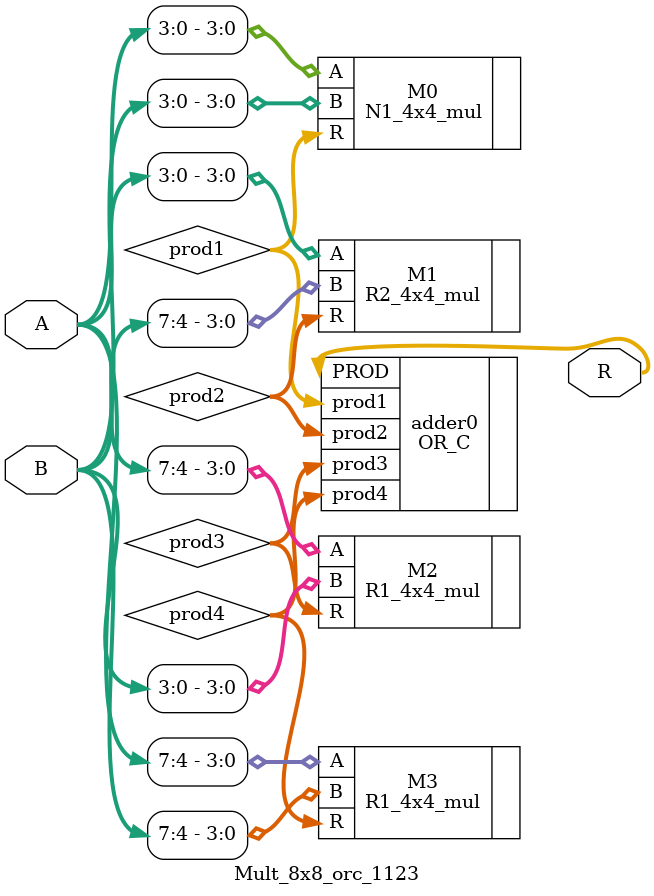
<source format=v>
module Mult_8x8_orc_1123(
input [7:0] A,
input [7:0] B,
output [15:0]R
);
wire [7:0]prod1;
wire [7:0]prod2;
wire [7:0]prod3;
wire [7:0]prod4;

N1_4x4_mul M0(.A(A[3:0]),.B(B[3:0]),.R(prod1));
R2_4x4_mul M1(.A(A[3:0]),.B(B[7:4]),.R(prod2));
R1_4x4_mul M2(.A(A[7:4]),.B(B[3:0]),.R(prod3));
R1_4x4_mul M3(.A(A[7:4]),.B(B[7:4]),.R(prod4));
OR_C adder0(.prod1(prod1),.prod2(prod2),.prod3(prod3),.prod4(prod4),.PROD(R));
endmodule

</source>
